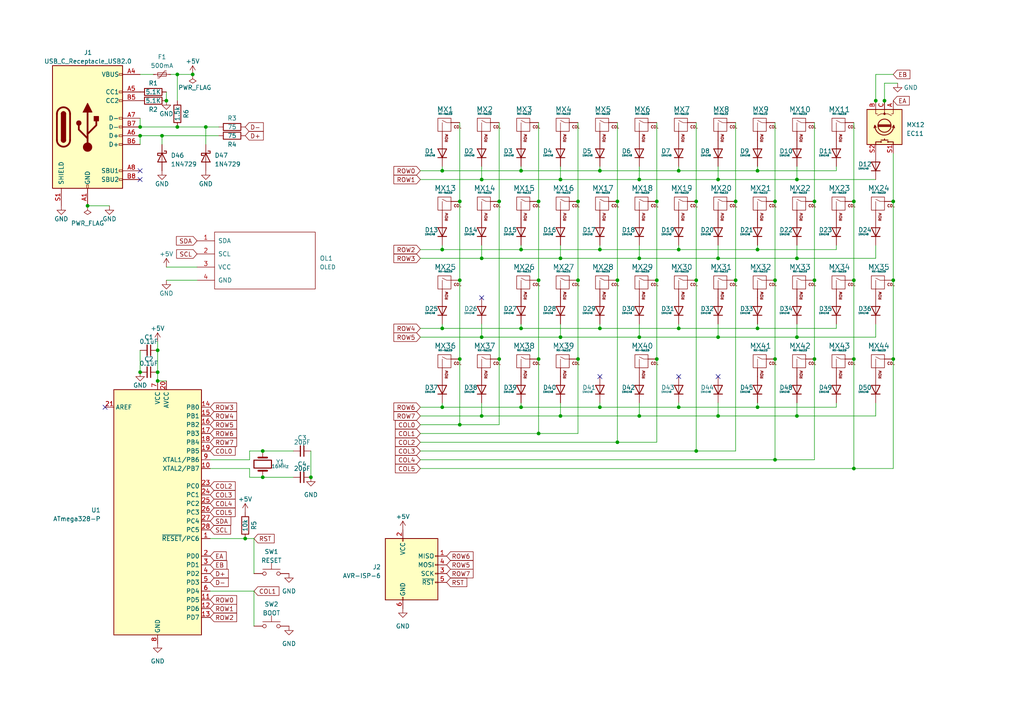
<source format=kicad_sch>
(kicad_sch (version 20210406) (generator eeschema)
  (paper "A4")
  (title_block (title "0xCB - STATIC") (date "2021-05-11") (rev "1.0") (company "0xCB") (comment 1 "Conor Burns"))
  (junction (at 25.4 59.69) (diameter 0.9144))
  (junction (at 40.64 36.83) (diameter 0.9144))
  (junction (at 40.64 39.37) (diameter 0.9144))
  (junction (at 40.64 107.95) (diameter 0.9144))
  (junction (at 45.72 101.6) (diameter 0.9144))
  (junction (at 45.72 107.95) (diameter 0.9144))
  (junction (at 45.72 110.49) (diameter 0.9144))
  (junction (at 46.99 39.37) (diameter 0.9144))
  (junction (at 48.26 29.21) (diameter 0.9144))
  (junction (at 51.435 21.59) (diameter 0.9144))
  (junction (at 51.435 36.83) (diameter 0.9144))
  (junction (at 55.88 21.59) (diameter 0.9144))
  (junction (at 59.69 36.83) (diameter 0.9144))
  (junction (at 71.12 156.21) (diameter 0.9144))
  (junction (at 76.2 130.81) (diameter 0.9144))
  (junction (at 76.2 138.43) (diameter 0.9144))
  (junction (at 90.17 138.43) (diameter 0.9144))
  (junction (at 128.27 49.53) (diameter 0.9144))
  (junction (at 128.27 72.39) (diameter 0.9144))
  (junction (at 128.27 95.25) (diameter 0.9144))
  (junction (at 128.27 118.11) (diameter 0.9144))
  (junction (at 133.35 58.42) (diameter 0.9144))
  (junction (at 133.35 81.28) (diameter 0.9144))
  (junction (at 133.35 104.14) (diameter 0.9144))
  (junction (at 133.35 123.19) (diameter 0.9144))
  (junction (at 139.7 52.07) (diameter 0.9144))
  (junction (at 139.7 74.93) (diameter 0.9144))
  (junction (at 139.7 97.79) (diameter 0.9144))
  (junction (at 139.7 120.65) (diameter 0.9144))
  (junction (at 144.78 58.42) (diameter 0.9144))
  (junction (at 144.78 104.14) (diameter 0.9144))
  (junction (at 151.13 49.53) (diameter 0.9144))
  (junction (at 151.13 72.39) (diameter 0.9144))
  (junction (at 151.13 95.25) (diameter 0.9144))
  (junction (at 151.13 118.11) (diameter 0.9144))
  (junction (at 156.21 58.42) (diameter 0.9144))
  (junction (at 156.21 81.28) (diameter 0.9144))
  (junction (at 156.21 104.14) (diameter 0.9144))
  (junction (at 156.21 125.73) (diameter 0.9144))
  (junction (at 162.56 52.07) (diameter 0.9144))
  (junction (at 162.56 74.93) (diameter 0.9144))
  (junction (at 162.56 97.79) (diameter 0.9144))
  (junction (at 162.56 120.65) (diameter 0.9144))
  (junction (at 167.64 58.42) (diameter 0.9144))
  (junction (at 167.64 81.28) (diameter 0.9144))
  (junction (at 167.64 104.14) (diameter 0.9144))
  (junction (at 173.99 49.53) (diameter 0.9144))
  (junction (at 173.99 72.39) (diameter 0.9144))
  (junction (at 173.99 95.25) (diameter 0.9144))
  (junction (at 173.99 118.11) (diameter 0.9144))
  (junction (at 179.07 58.42) (diameter 0.9144))
  (junction (at 179.07 81.28) (diameter 0.9144))
  (junction (at 179.07 128.27) (diameter 0.9144))
  (junction (at 185.42 52.07) (diameter 0.9144))
  (junction (at 185.42 74.93) (diameter 0.9144))
  (junction (at 185.42 97.79) (diameter 0.9144))
  (junction (at 185.42 120.65) (diameter 0.9144))
  (junction (at 190.5 58.42) (diameter 0.9144))
  (junction (at 190.5 81.28) (diameter 0.9144))
  (junction (at 190.5 104.14) (diameter 0.9144))
  (junction (at 196.85 49.53) (diameter 0.9144))
  (junction (at 196.85 72.39) (diameter 0.9144))
  (junction (at 196.85 95.25) (diameter 0.9144))
  (junction (at 196.85 118.11) (diameter 0.9144))
  (junction (at 201.93 58.42) (diameter 0.9144))
  (junction (at 201.93 81.28) (diameter 0.9144))
  (junction (at 201.93 130.81) (diameter 0.9144))
  (junction (at 208.28 52.07) (diameter 0.9144))
  (junction (at 208.28 74.93) (diameter 0.9144))
  (junction (at 208.28 97.79) (diameter 0.9144))
  (junction (at 208.28 120.65) (diameter 0.9144))
  (junction (at 213.36 58.42) (diameter 0.9144))
  (junction (at 213.36 81.28) (diameter 0.9144))
  (junction (at 219.71 49.53) (diameter 0.9144))
  (junction (at 219.71 72.39) (diameter 0.9144))
  (junction (at 219.71 95.25) (diameter 0.9144))
  (junction (at 219.71 118.11) (diameter 0.9144))
  (junction (at 224.79 58.42) (diameter 0.9144))
  (junction (at 224.79 81.28) (diameter 0.9144))
  (junction (at 224.79 104.14) (diameter 0.9144))
  (junction (at 224.79 133.35) (diameter 0.9144))
  (junction (at 231.14 52.07) (diameter 0.9144))
  (junction (at 231.14 74.93) (diameter 0.9144))
  (junction (at 231.14 97.79) (diameter 0.9144))
  (junction (at 231.14 120.65) (diameter 0.9144))
  (junction (at 236.22 58.42) (diameter 0.9144))
  (junction (at 236.22 81.28) (diameter 0.9144))
  (junction (at 236.22 104.14) (diameter 0.9144))
  (junction (at 247.65 58.42) (diameter 0.9144))
  (junction (at 247.65 81.28) (diameter 0.9144))
  (junction (at 247.65 104.14) (diameter 0.9144))
  (junction (at 247.65 135.89) (diameter 0.9144))
  (junction (at 254 29.21) (diameter 0.9144))
  (junction (at 256.54 29.21) (diameter 0.9144))
  (junction (at 259.08 58.42) (diameter 0.9144))
  (junction (at 259.08 81.28) (diameter 0.9144))
  (junction (at 259.08 104.14) (diameter 0.9144))
  (no_connect (at 30.48 118.11))
  (no_connect (at 40.64 49.53))
  (no_connect (at 40.64 52.07))
  (no_connect (at 139.7 86.36))
  (no_connect (at 173.99 109.22))
  (no_connect (at 196.85 109.22))
  (no_connect (at 208.28 109.22))
  (wire (pts (xy 31.75 59.69) (xy 25.4 59.69)))
  (wire (pts (xy 40.64 34.29) (xy 40.64 36.83)))
  (wire (pts (xy 40.64 36.83) (xy 51.435 36.83)))
  (wire (pts (xy 40.64 39.37) (xy 40.64 41.91)))
  (wire (pts (xy 40.64 39.37) (xy 46.99 39.37)))
  (wire (pts (xy 40.64 101.6) (xy 40.64 107.95)))
  (wire (pts (xy 44.45 21.59) (xy 40.64 21.59)))
  (wire (pts (xy 45.72 99.06) (xy 45.72 101.6)))
  (wire (pts (xy 45.72 107.95) (xy 45.72 101.6)))
  (wire (pts (xy 45.72 110.49) (xy 45.72 107.95)))
  (wire (pts (xy 46.99 39.37) (xy 46.99 41.91)))
  (wire (pts (xy 46.99 39.37) (xy 63.5 39.37)))
  (wire (pts (xy 48.26 26.67) (xy 48.26 29.21)))
  (wire (pts (xy 48.26 77.47) (xy 57.15 77.47)))
  (wire (pts (xy 48.26 81.28) (xy 57.15 81.28)))
  (wire (pts (xy 48.26 110.49) (xy 45.72 110.49)))
  (wire (pts (xy 49.53 21.59) (xy 51.435 21.59)))
  (wire (pts (xy 51.435 21.59) (xy 51.435 29.21)))
  (wire (pts (xy 51.435 21.59) (xy 55.88 21.59)))
  (wire (pts (xy 51.435 36.83) (xy 59.69 36.83)))
  (wire (pts (xy 59.69 36.83) (xy 59.69 41.91)))
  (wire (pts (xy 59.69 36.83) (xy 63.5 36.83)))
  (wire (pts (xy 60.96 133.35) (xy 72.39 133.35)))
  (wire (pts (xy 60.96 135.89) (xy 72.39 135.89)))
  (wire (pts (xy 60.96 156.21) (xy 71.12 156.21)))
  (wire (pts (xy 60.96 171.45) (xy 73.66 171.45)))
  (wire (pts (xy 72.39 130.81) (xy 76.2 130.81)))
  (wire (pts (xy 72.39 133.35) (xy 72.39 130.81)))
  (wire (pts (xy 72.39 135.89) (xy 72.39 138.43)))
  (wire (pts (xy 72.39 138.43) (xy 76.2 138.43)))
  (wire (pts (xy 73.66 156.21) (xy 71.12 156.21)))
  (wire (pts (xy 73.66 156.21) (xy 73.66 166.37)))
  (wire (pts (xy 73.66 171.45) (xy 73.66 181.61)))
  (wire (pts (xy 76.2 130.81) (xy 85.09 130.81)))
  (wire (pts (xy 76.2 138.43) (xy 85.09 138.43)))
  (wire (pts (xy 90.17 130.81) (xy 90.17 138.43)))
  (wire (pts (xy 121.92 49.53) (xy 128.27 49.53)))
  (wire (pts (xy 121.92 52.07) (xy 139.7 52.07)))
  (wire (pts (xy 121.92 72.39) (xy 128.27 72.39)))
  (wire (pts (xy 121.92 74.93) (xy 139.7 74.93)))
  (wire (pts (xy 121.92 95.25) (xy 128.27 95.25)))
  (wire (pts (xy 121.92 97.79) (xy 139.7 97.79)))
  (wire (pts (xy 121.92 118.11) (xy 128.27 118.11)))
  (wire (pts (xy 121.92 120.65) (xy 139.7 120.65)))
  (wire (pts (xy 121.92 123.19) (xy 133.35 123.19)))
  (wire (pts (xy 121.92 125.73) (xy 156.21 125.73)))
  (wire (pts (xy 121.92 128.27) (xy 179.07 128.27)))
  (wire (pts (xy 121.92 130.81) (xy 201.93 130.81)))
  (wire (pts (xy 121.92 133.35) (xy 224.79 133.35)))
  (wire (pts (xy 121.92 135.89) (xy 247.65 135.89)))
  (wire (pts (xy 128.27 48.26) (xy 128.27 49.53)))
  (wire (pts (xy 128.27 49.53) (xy 151.13 49.53)))
  (wire (pts (xy 128.27 71.12) (xy 128.27 72.39)))
  (wire (pts (xy 128.27 72.39) (xy 151.13 72.39)))
  (wire (pts (xy 128.27 93.98) (xy 128.27 95.25)))
  (wire (pts (xy 128.27 95.25) (xy 151.13 95.25)))
  (wire (pts (xy 128.27 116.84) (xy 128.27 118.11)))
  (wire (pts (xy 128.27 118.11) (xy 151.13 118.11)))
  (wire (pts (xy 133.35 35.56) (xy 133.35 58.42)))
  (wire (pts (xy 133.35 58.42) (xy 133.35 81.28)))
  (wire (pts (xy 133.35 81.28) (xy 133.35 104.14)))
  (wire (pts (xy 133.35 104.14) (xy 133.35 123.19)))
  (wire (pts (xy 133.35 123.19) (xy 144.78 123.19)))
  (wire (pts (xy 139.7 48.26) (xy 139.7 52.07)))
  (wire (pts (xy 139.7 52.07) (xy 162.56 52.07)))
  (wire (pts (xy 139.7 71.12) (xy 139.7 74.93)))
  (wire (pts (xy 139.7 74.93) (xy 162.56 74.93)))
  (wire (pts (xy 139.7 93.98) (xy 139.7 97.79)))
  (wire (pts (xy 139.7 97.79) (xy 162.56 97.79)))
  (wire (pts (xy 139.7 116.84) (xy 139.7 120.65)))
  (wire (pts (xy 139.7 120.65) (xy 162.56 120.65)))
  (wire (pts (xy 144.78 35.56) (xy 144.78 58.42)))
  (wire (pts (xy 144.78 58.42) (xy 144.78 104.14)))
  (wire (pts (xy 144.78 104.14) (xy 144.78 123.19)))
  (wire (pts (xy 151.13 48.26) (xy 151.13 49.53)))
  (wire (pts (xy 151.13 49.53) (xy 173.99 49.53)))
  (wire (pts (xy 151.13 71.12) (xy 151.13 72.39)))
  (wire (pts (xy 151.13 72.39) (xy 173.99 72.39)))
  (wire (pts (xy 151.13 93.98) (xy 151.13 95.25)))
  (wire (pts (xy 151.13 95.25) (xy 173.99 95.25)))
  (wire (pts (xy 151.13 116.84) (xy 151.13 118.11)))
  (wire (pts (xy 151.13 118.11) (xy 173.99 118.11)))
  (wire (pts (xy 156.21 35.56) (xy 156.21 58.42)))
  (wire (pts (xy 156.21 58.42) (xy 156.21 81.28)))
  (wire (pts (xy 156.21 81.28) (xy 156.21 104.14)))
  (wire (pts (xy 156.21 104.14) (xy 156.21 125.73)))
  (wire (pts (xy 156.21 125.73) (xy 167.64 125.73)))
  (wire (pts (xy 162.56 48.26) (xy 162.56 52.07)))
  (wire (pts (xy 162.56 52.07) (xy 185.42 52.07)))
  (wire (pts (xy 162.56 71.12) (xy 162.56 74.93)))
  (wire (pts (xy 162.56 74.93) (xy 185.42 74.93)))
  (wire (pts (xy 162.56 93.98) (xy 162.56 97.79)))
  (wire (pts (xy 162.56 97.79) (xy 185.42 97.79)))
  (wire (pts (xy 162.56 116.84) (xy 162.56 120.65)))
  (wire (pts (xy 162.56 120.65) (xy 185.42 120.65)))
  (wire (pts (xy 167.64 35.56) (xy 167.64 58.42)))
  (wire (pts (xy 167.64 58.42) (xy 167.64 81.28)))
  (wire (pts (xy 167.64 81.28) (xy 167.64 104.14)))
  (wire (pts (xy 167.64 104.14) (xy 167.64 125.73)))
  (wire (pts (xy 173.99 48.26) (xy 173.99 49.53)))
  (wire (pts (xy 173.99 49.53) (xy 196.85 49.53)))
  (wire (pts (xy 173.99 71.12) (xy 173.99 72.39)))
  (wire (pts (xy 173.99 72.39) (xy 196.85 72.39)))
  (wire (pts (xy 173.99 93.98) (xy 173.99 95.25)))
  (wire (pts (xy 173.99 95.25) (xy 196.85 95.25)))
  (wire (pts (xy 173.99 116.84) (xy 173.99 118.11)))
  (wire (pts (xy 173.99 118.11) (xy 196.85 118.11)))
  (wire (pts (xy 179.07 35.56) (xy 179.07 58.42)))
  (wire (pts (xy 179.07 58.42) (xy 179.07 81.28)))
  (wire (pts (xy 179.07 81.28) (xy 179.07 128.27)))
  (wire (pts (xy 179.07 128.27) (xy 190.5 128.27)))
  (wire (pts (xy 185.42 48.26) (xy 185.42 52.07)))
  (wire (pts (xy 185.42 52.07) (xy 208.28 52.07)))
  (wire (pts (xy 185.42 71.12) (xy 185.42 74.93)))
  (wire (pts (xy 185.42 74.93) (xy 208.28 74.93)))
  (wire (pts (xy 185.42 93.98) (xy 185.42 97.79)))
  (wire (pts (xy 185.42 97.79) (xy 208.28 97.79)))
  (wire (pts (xy 185.42 116.84) (xy 185.42 120.65)))
  (wire (pts (xy 185.42 120.65) (xy 208.28 120.65)))
  (wire (pts (xy 190.5 35.56) (xy 190.5 58.42)))
  (wire (pts (xy 190.5 58.42) (xy 190.5 81.28)))
  (wire (pts (xy 190.5 81.28) (xy 190.5 104.14)))
  (wire (pts (xy 190.5 104.14) (xy 190.5 128.27)))
  (wire (pts (xy 196.85 48.26) (xy 196.85 49.53)))
  (wire (pts (xy 196.85 49.53) (xy 219.71 49.53)))
  (wire (pts (xy 196.85 71.12) (xy 196.85 72.39)))
  (wire (pts (xy 196.85 72.39) (xy 219.71 72.39)))
  (wire (pts (xy 196.85 93.98) (xy 196.85 95.25)))
  (wire (pts (xy 196.85 95.25) (xy 219.71 95.25)))
  (wire (pts (xy 196.85 116.84) (xy 196.85 118.11)))
  (wire (pts (xy 196.85 118.11) (xy 219.71 118.11)))
  (wire (pts (xy 201.93 35.56) (xy 201.93 58.42)))
  (wire (pts (xy 201.93 58.42) (xy 201.93 81.28)))
  (wire (pts (xy 201.93 81.28) (xy 201.93 130.81)))
  (wire (pts (xy 201.93 130.81) (xy 213.36 130.81)))
  (wire (pts (xy 208.28 48.26) (xy 208.28 52.07)))
  (wire (pts (xy 208.28 52.07) (xy 231.14 52.07)))
  (wire (pts (xy 208.28 71.12) (xy 208.28 74.93)))
  (wire (pts (xy 208.28 74.93) (xy 231.14 74.93)))
  (wire (pts (xy 208.28 93.98) (xy 208.28 97.79)))
  (wire (pts (xy 208.28 97.79) (xy 231.14 97.79)))
  (wire (pts (xy 208.28 116.84) (xy 208.28 120.65)))
  (wire (pts (xy 208.28 120.65) (xy 231.14 120.65)))
  (wire (pts (xy 213.36 35.56) (xy 213.36 58.42)))
  (wire (pts (xy 213.36 58.42) (xy 213.36 81.28)))
  (wire (pts (xy 213.36 81.28) (xy 213.36 130.81)))
  (wire (pts (xy 219.71 48.26) (xy 219.71 49.53)))
  (wire (pts (xy 219.71 49.53) (xy 242.57 49.53)))
  (wire (pts (xy 219.71 71.12) (xy 219.71 72.39)))
  (wire (pts (xy 219.71 72.39) (xy 242.57 72.39)))
  (wire (pts (xy 219.71 93.98) (xy 219.71 95.25)))
  (wire (pts (xy 219.71 95.25) (xy 242.57 95.25)))
  (wire (pts (xy 219.71 116.84) (xy 219.71 118.11)))
  (wire (pts (xy 219.71 118.11) (xy 242.57 118.11)))
  (wire (pts (xy 224.79 35.56) (xy 224.79 58.42)))
  (wire (pts (xy 224.79 58.42) (xy 224.79 81.28)))
  (wire (pts (xy 224.79 81.28) (xy 224.79 104.14)))
  (wire (pts (xy 224.79 104.14) (xy 224.79 133.35)))
  (wire (pts (xy 224.79 133.35) (xy 236.22 133.35)))
  (wire (pts (xy 231.14 48.26) (xy 231.14 52.07)))
  (wire (pts (xy 231.14 52.07) (xy 254 52.07)))
  (wire (pts (xy 231.14 71.12) (xy 231.14 74.93)))
  (wire (pts (xy 231.14 74.93) (xy 254 74.93)))
  (wire (pts (xy 231.14 93.98) (xy 231.14 97.79)))
  (wire (pts (xy 231.14 97.79) (xy 254 97.79)))
  (wire (pts (xy 231.14 116.84) (xy 231.14 120.65)))
  (wire (pts (xy 231.14 120.65) (xy 254 120.65)))
  (wire (pts (xy 236.22 35.56) (xy 236.22 58.42)))
  (wire (pts (xy 236.22 58.42) (xy 236.22 81.28)))
  (wire (pts (xy 236.22 81.28) (xy 236.22 104.14)))
  (wire (pts (xy 236.22 104.14) (xy 236.22 133.35)))
  (wire (pts (xy 242.57 48.26) (xy 242.57 49.53)))
  (wire (pts (xy 242.57 71.12) (xy 242.57 72.39)))
  (wire (pts (xy 242.57 93.98) (xy 242.57 95.25)))
  (wire (pts (xy 242.57 116.84) (xy 242.57 118.11)))
  (wire (pts (xy 247.65 35.56) (xy 247.65 58.42)))
  (wire (pts (xy 247.65 58.42) (xy 247.65 81.28)))
  (wire (pts (xy 247.65 81.28) (xy 247.65 104.14)))
  (wire (pts (xy 247.65 104.14) (xy 247.65 135.89)))
  (wire (pts (xy 247.65 135.89) (xy 259.08 135.89)))
  (wire (pts (xy 254 21.59) (xy 254 29.21)))
  (wire (pts (xy 254 21.59) (xy 259.08 21.59)))
  (wire (pts (xy 254 30.48) (xy 254 29.21)))
  (wire (pts (xy 254 71.12) (xy 254 74.93)))
  (wire (pts (xy 254 93.98) (xy 254 97.79)))
  (wire (pts (xy 254 116.84) (xy 254 120.65)))
  (wire (pts (xy 256.54 24.13) (xy 260.35 24.13)))
  (wire (pts (xy 256.54 29.21) (xy 256.54 24.13)))
  (wire (pts (xy 256.54 30.48) (xy 256.54 29.21)))
  (wire (pts (xy 259.08 58.42) (xy 259.08 44.45)))
  (wire (pts (xy 259.08 81.28) (xy 259.08 58.42)))
  (wire (pts (xy 259.08 104.14) (xy 259.08 81.28)))
  (wire (pts (xy 259.08 135.89) (xy 259.08 104.14)))
  (global_label "SDA" (shape input) (at 57.15 69.85 180) (property "Intersheet References" "${INTERSHEET_REFS}" (effects hide)))
  (global_label "SCL" (shape input) (at 57.15 73.66 180) (property "Intersheet References" "${INTERSHEET_REFS}" (effects hide)))
  (global_label "ROW3" (shape input) (at 60.96 118.11 0) (property "Intersheet References" "${INTERSHEET_REFS}" (effects hide)))
  (global_label "ROW4" (shape input) (at 60.96 120.65 0) (property "Intersheet References" "${INTERSHEET_REFS}" (effects hide)))
  (global_label "ROW5" (shape input) (at 60.96 123.19 0) (property "Intersheet References" "${INTERSHEET_REFS}" (effects hide)))
  (global_label "ROW6" (shape input) (at 60.96 125.73 0) (property "Intersheet References" "${INTERSHEET_REFS}" (effects hide)))
  (global_label "ROW7" (shape input) (at 60.96 128.27 0) (property "Intersheet References" "${INTERSHEET_REFS}" (effects hide)))
  (global_label "COL0" (shape input) (at 60.96 130.81 0) (property "Intersheet References" "${INTERSHEET_REFS}" (effects hide)))
  (global_label "COL2" (shape input) (at 60.96 140.97 0) (property "Intersheet References" "${INTERSHEET_REFS}" (effects hide)))
  (global_label "COL3" (shape input) (at 60.96 143.51 0) (property "Intersheet References" "${INTERSHEET_REFS}" (effects hide)))
  (global_label "COL4" (shape input) (at 60.96 146.05 0) (property "Intersheet References" "${INTERSHEET_REFS}" (effects hide)))
  (global_label "COL5" (shape input) (at 60.96 148.59 0) (property "Intersheet References" "${INTERSHEET_REFS}" (effects hide)))
  (global_label "SDA" (shape input) (at 60.96 151.13 0) (property "Intersheet References" "${INTERSHEET_REFS}" (effects hide)))
  (global_label "SCL" (shape input) (at 60.96 153.67 0) (property "Intersheet References" "${INTERSHEET_REFS}" (effects hide)))
  (global_label "EA" (shape input) (at 60.96 161.29 0) (property "Intersheet References" "${INTERSHEET_REFS}" (effects hide)))
  (global_label "EB" (shape input) (at 60.96 163.83 0) (property "Intersheet References" "${INTERSHEET_REFS}" (effects hide)))
  (global_label "D+" (shape input) (at 60.96 166.37 0) (property "Intersheet References" "${INTERSHEET_REFS}" (effects hide)))
  (global_label "D-" (shape input) (at 60.96 168.91 0) (property "Intersheet References" "${INTERSHEET_REFS}" (effects hide)))
  (global_label "ROW0" (shape input) (at 60.96 173.99 0) (property "Intersheet References" "${INTERSHEET_REFS}" (effects hide)))
  (global_label "ROW1" (shape input) (at 60.96 176.53 0) (property "Intersheet References" "${INTERSHEET_REFS}" (effects hide)))
  (global_label "ROW2" (shape input) (at 60.96 179.07 0) (property "Intersheet References" "${INTERSHEET_REFS}" (effects hide)))
  (global_label "D-" (shape input) (at 71.12 36.83 0) (property "Intersheet References" "${INTERSHEET_REFS}" (effects hide)))
  (global_label "D+" (shape input) (at 71.12 39.37 0) (property "Intersheet References" "${INTERSHEET_REFS}" (effects hide)))
  (global_label "RST" (shape input) (at 73.66 156.21 0) (property "Intersheet References" "${INTERSHEET_REFS}" (effects hide)))
  (global_label "COL1" (shape input) (at 73.66 171.45 0) (property "Intersheet References" "${INTERSHEET_REFS}" (effects hide)))
  (global_label "ROW0" (shape input) (at 121.92 49.53 180) (property "Intersheet References" "${INTERSHEET_REFS}" (effects hide)))
  (global_label "ROW1" (shape input) (at 121.92 52.07 180) (property "Intersheet References" "${INTERSHEET_REFS}" (effects hide)))
  (global_label "ROW2" (shape input) (at 121.92 72.39 180) (property "Intersheet References" "${INTERSHEET_REFS}" (effects hide)))
  (global_label "ROW3" (shape input) (at 121.92 74.93 180) (property "Intersheet References" "${INTERSHEET_REFS}" (effects hide)))
  (global_label "ROW4" (shape input) (at 121.92 95.25 180) (property "Intersheet References" "${INTERSHEET_REFS}" (effects hide)))
  (global_label "ROW5" (shape input) (at 121.92 97.79 180) (property "Intersheet References" "${INTERSHEET_REFS}" (effects hide)))
  (global_label "ROW6" (shape input) (at 121.92 118.11 180) (property "Intersheet References" "${INTERSHEET_REFS}" (effects hide)))
  (global_label "ROW7" (shape input) (at 121.92 120.65 180) (property "Intersheet References" "${INTERSHEET_REFS}" (effects hide)))
  (global_label "COL0" (shape input) (at 121.92 123.19 180) (property "Intersheet References" "${INTERSHEET_REFS}" (effects hide)))
  (global_label "COL1" (shape input) (at 121.92 125.73 180) (property "Intersheet References" "${INTERSHEET_REFS}" (effects hide)))
  (global_label "COL2" (shape input) (at 121.92 128.27 180) (property "Intersheet References" "${INTERSHEET_REFS}" (effects hide)))
  (global_label "COL3" (shape input) (at 121.92 130.81 180) (property "Intersheet References" "${INTERSHEET_REFS}" (effects hide)))
  (global_label "COL4" (shape input) (at 121.92 133.35 180) (property "Intersheet References" "${INTERSHEET_REFS}" (effects hide)))
  (global_label "COL5" (shape input) (at 121.92 135.89 180) (property "Intersheet References" "${INTERSHEET_REFS}" (effects hide)))
  (global_label "ROW6" (shape input) (at 129.54 161.29 0) (property "Intersheet References" "${INTERSHEET_REFS}" (effects hide)))
  (global_label "ROW5" (shape input) (at 129.54 163.83 0) (property "Intersheet References" "${INTERSHEET_REFS}" (effects hide)))
  (global_label "ROW7" (shape input) (at 129.54 166.37 0) (property "Intersheet References" "${INTERSHEET_REFS}" (effects hide)))
  (global_label "RST" (shape input) (at 129.54 168.91 0) (property "Intersheet References" "${INTERSHEET_REFS}" (effects hide)))
  (global_label "EB" (shape input) (at 259.08 21.59 0) (property "Intersheet References" "${INTERSHEET_REFS}" (effects hide)))
  (global_label "EA" (shape input) (at 259.08 29.21 0) (property "Intersheet References" "${INTERSHEET_REFS}" (effects hide)))
  (symbol (lib_id "power:+5V") (at 45.72 99.06 0) (unit 1)
    (property "Reference" "#PWR0113" (effects hide))
    (property "Value" "+5V" (at 45.72 95.25 0))
  )
  (symbol (lib_id "power:+5V") (at 48.26 77.47 0) (unit 1)
    (property "Reference" "#PWR0114" (effects hide))
    (property "Value" "+5V" (at 48.26 73.66 0))
  )
  (symbol (lib_id "power:+5V") (at 55.88 21.59 0) (unit 1)
    (property "Reference" "#PWR0107" (effects hide))
    (property "Value" "+5V" (at 55.88 17.78 0))
  )
  (symbol (lib_id "power:+5V") (at 71.12 148.59 0) (unit 1)
    (property "Reference" "#PWR0105" (effects hide))
    (property "Value" "+5V" (at 71.12 144.78 0))
  )
  (symbol (lib_id "power:+5V") (at 116.84 153.67 0) (unit 1)
    (property "Reference" "#PWR0116" (effects hide))
    (property "Value" "+5V" (at 116.84 149.86 0))
  )
  (symbol (lib_id "power:PWR_FLAG") (at 25.4 59.69 180) (unit 1)
    (property "Reference" "#FLG0101" (effects hide))
    (property "Value" "PWR_FLAG" (at 25.4 64.77 0))
  )
  (symbol (lib_id "power:PWR_FLAG") (at 55.88 21.59 180) (unit 1)
    (property "Reference" "#FLG0102" (effects hide))
    (property "Value" "PWR_FLAG" (at 56.515 25.4 0))
  )
  (symbol (lib_id "power:GND") (at 17.78 59.69 0) (unit 1)
    (property "Reference" "#PWR0111" (effects hide))
    (property "Value" "GND" (at 17.78 63.5 0))
  )
  (symbol (lib_id "power:GND") (at 31.75 59.69 0) (unit 1)
    (property "Reference" "#PWR0110" (effects hide))
    (property "Value" "GND" (at 31.75 63.5 0))
  )
  (symbol (lib_id "power:GND") (at 40.64 107.95 0) (unit 1)
    (property "Reference" "#PWR0112" (effects hide))
    (property "Value" "GND" (at 40.64 111.76 0))
  )
  (symbol (lib_id "power:GND") (at 45.72 186.69 0) (unit 1)
    (property "Reference" "#PWR0102" (effects hide))
    (property "Value" "GND" (at 45.72 191.77 0))
  )
  (symbol (lib_id "power:GND") (at 46.99 49.53 0) (unit 1)
    (property "Reference" "#PWR0108" (effects hide))
    (property "Value" "GND" (at 46.99 53.34 0))
  )
  (symbol (lib_id "power:GND") (at 48.26 29.21 0) (unit 1)
    (property "Reference" "#PWR0106" (effects hide))
    (property "Value" "GND" (at 48.26 33.02 0))
  )
  (symbol (lib_id "power:GND") (at 48.26 81.28 0) (unit 1)
    (property "Reference" "#PWR0115" (effects hide))
    (property "Value" "GND" (at 48.26 85.09 0))
  )
  (symbol (lib_id "power:GND") (at 59.69 49.53 0) (unit 1)
    (property "Reference" "#PWR0109" (effects hide))
    (property "Value" "GND" (at 59.69 53.34 0))
  )
  (symbol (lib_id "power:GND") (at 83.82 166.37 0) (unit 1)
    (property "Reference" "#PWR0104" (effects hide))
    (property "Value" "GND" (at 83.82 171.45 0))
  )
  (symbol (lib_id "power:GND") (at 83.82 181.61 0) (unit 1)
    (property "Reference" "#PWR0103" (effects hide))
    (property "Value" "GND" (at 83.82 186.69 0))
  )
  (symbol (lib_id "power:GND") (at 90.17 138.43 0) (unit 1)
    (property "Reference" "#PWR0117" (effects hide))
    (property "Value" "GND" (at 90.17 143.51 0))
  )
  (symbol (lib_id "power:GND") (at 116.84 176.53 0) (unit 1)
    (property "Reference" "#PWR0118" (effects hide))
    (property "Value" "GND" (at 116.84 181.61 0))
  )
  (symbol (lib_id "power:GND") (at 260.35 24.13 0) (unit 1)
    (property "Reference" "#PWR01" (effects hide))
    (property "Value" "GND" (at 264.16 25.4 0))
  )
  (symbol (lib_id "Device:Polyfuse_Small") (at 46.99 21.59 90) (unit 1)
    (property "Reference" "F1" (at 46.99 16.51 90))
    (property "Value" "500mA" (at 46.99 19.05 90))
    (property "Footprint" "Fuse:Fuse_BelFuse_0ZRE0025FF_L9.6mm_W3.8mm" (effects hide))
  )
  (symbol (lib_id "Device:R") (at 44.45 26.67 270) (unit 1)
    (property "Reference" "R1" (at 44.45 24.13 90))
    (property "Value" "5.1K" (at 44.45 26.67 90))
    (property "Footprint" "Resistor_THT:R_Axial_DIN0204_L3.6mm_D1.6mm_P5.08mm_Horizontal" (effects hide))
  )
  (symbol (lib_id "Device:R") (at 44.45 29.21 90) (unit 1)
    (property "Reference" "R2" (at 44.45 31.75 90))
    (property "Value" "5.1K" (at 44.45 29.21 90))
    (property "Footprint" "Resistor_THT:R_Axial_DIN0204_L3.6mm_D1.6mm_P5.08mm_Horizontal" (effects hide))
  )
  (symbol (lib_id "Device:R") (at 51.435 33.02 0) (unit 1)
    (property "Reference" "R6" (at 53.975 33.02 90))
    (property "Value" "1.5k" (at 51.435 33.02 90))
    (property "Footprint" "Resistor_THT:R_Axial_DIN0204_L3.6mm_D1.6mm_P5.08mm_Horizontal" (effects hide))
  )
  (symbol (lib_id "Device:R") (at 67.31 36.83 270) (unit 1)
    (property "Reference" "R3" (at 67.31 34.29 90))
    (property "Value" "75" (at 67.31 36.83 90))
    (property "Footprint" "Resistor_THT:R_Axial_DIN0204_L3.6mm_D1.6mm_P5.08mm_Horizontal" (effects hide))
  )
  (symbol (lib_id "Device:R") (at 67.31 39.37 90) (unit 1)
    (property "Reference" "R4" (at 67.31 41.91 90))
    (property "Value" "75" (at 67.31 39.37 90))
    (property "Footprint" "Resistor_THT:R_Axial_DIN0204_L3.6mm_D1.6mm_P5.08mm_Horizontal" (effects hide))
  )
  (symbol (lib_id "Device:R") (at 71.12 152.4 180) (unit 1)
    (property "Reference" "R5" (at 73.66 152.4 90))
    (property "Value" "10k" (at 71.12 152.4 90))
    (property "Footprint" "Resistor_THT:R_Axial_DIN0204_L3.6mm_D1.6mm_P5.08mm_Horizontal" (effects hide))
  )
  (symbol (lib_id "Device:C_Small") (at 43.18 101.6 270) (unit 1)
    (property "Reference" "C1" (at 43.18 97.79 90))
    (property "Value" "0.1uF" (at 43.18 99.06 90))
    (property "Footprint" "Capacitor_THT:C_Disc_D5.0mm_W2.5mm_P5.00mm" (effects hide))
  )
  (symbol (lib_id "Device:C_Small") (at 43.18 107.95 270) (unit 1)
    (property "Reference" "C2" (at 43.18 104.14 90))
    (property "Value" "0.1uF" (at 43.18 105.41 90))
    (property "Footprint" "Capacitor_THT:C_Disc_D5.0mm_W2.5mm_P5.00mm" (effects hide))
  )
  (symbol (lib_id "Device:C_Small") (at 87.63 130.81 270) (unit 1)
    (property "Reference" "C3" (at 87.63 127 90))
    (property "Value" "20pF" (at 87.63 128.27 90))
    (property "Footprint" "Capacitor_THT:C_Disc_D3.0mm_W1.6mm_P2.50mm" (effects hide))
  )
  (symbol (lib_id "Device:C_Small") (at 87.63 138.43 270) (unit 1)
    (property "Reference" "C4" (at 87.63 134.62 90))
    (property "Value" "20pF" (at 87.63 135.89 90))
    (property "Footprint" "Capacitor_THT:C_Disc_D3.0mm_W1.6mm_P2.50mm" (effects hide))
  )
  (symbol (lib_id "Device:D_Schottky") (at 46.99 45.72 270) (unit 1)
    (property "Reference" "D46" (at 49.53 45.0849 90) (effects (justify left)))
    (property "Value" "1N4729" (at 49.53 47.6249 90) (effects (justify left)))
    (property "Footprint" "Diode_THT:D_DO-41_SOD81_P7.62mm_Horizontal" (effects hide))
  )
  (symbol (lib_id "Device:D_Schottky") (at 59.69 45.72 270) (unit 1)
    (property "Reference" "D47" (at 62.23 45.0849 90) (effects (justify left)))
    (property "Value" "1N4729" (at 62.23 47.6249 90) (effects (justify left)))
    (property "Footprint" "Diode_THT:D_DO-41_SOD81_P7.62mm_Horizontal" (effects hide))
  )
  (symbol (lib_id "Diode:1N4148") (at 128.27 44.45 90) (unit 1)
    (property "Reference" "D1" (at 123.19 43.8149 90) (effects (justify right)))
    (property "Value" "1N4148" (at 123.19 45.0849 90) (effects (font (size 0.5 0.5)) (justify right)))
    (property "Footprint" "Diode_THT:D_DO-35_SOD27_P12.70mm_Horizontal" (effects hide))
    (property "Datasheet" "https://assets.nexperia.com/documents/data-sheet/1N4148_1N4448.pdf" (effects hide))
  )
  (symbol (lib_id "Diode:1N4148") (at 128.27 67.31 90) (unit 1)
    (property "Reference" "D13" (at 123.19 66.6749 90) (effects (justify right)))
    (property "Value" "1N4148" (at 123.19 67.9449 90) (effects (font (size 0.5 0.5)) (justify right)))
    (property "Footprint" "Diode_THT:D_DO-35_SOD27_P12.70mm_Horizontal" (effects hide))
    (property "Datasheet" "https://assets.nexperia.com/documents/data-sheet/1N4148_1N4448.pdf" (effects hide))
  )
  (symbol (lib_id "Diode:1N4148") (at 128.27 90.17 90) (unit 1)
    (property "Reference" "D25" (at 123.19 89.5349 90) (effects (justify right)))
    (property "Value" "1N4148" (at 123.19 90.8049 90) (effects (font (size 0.5 0.5)) (justify right)))
    (property "Footprint" "Diode_THT:D_DO-35_SOD27_P12.70mm_Horizontal" (effects hide))
    (property "Datasheet" "https://assets.nexperia.com/documents/data-sheet/1N4148_1N4448.pdf" (effects hide))
  )
  (symbol (lib_id "Diode:1N4148") (at 128.27 113.03 90) (unit 1)
    (property "Reference" "D37" (at 123.19 112.3949 90) (effects (justify right)))
    (property "Value" "1N4148" (at 123.19 113.6649 90) (effects (font (size 0.5 0.5)) (justify right)))
    (property "Footprint" "Diode_THT:D_DO-35_SOD27_P12.70mm_Horizontal" (effects hide))
    (property "Datasheet" "https://assets.nexperia.com/documents/data-sheet/1N4148_1N4448.pdf" (effects hide))
  )
  (symbol (lib_id "Diode:1N4148") (at 139.7 44.45 90) (unit 1)
    (property "Reference" "D2" (at 134.62 43.8149 90) (effects (justify right)))
    (property "Value" "1N4148" (at 134.62 45.0849 90) (effects (font (size 0.5 0.5)) (justify right)))
    (property "Footprint" "Diode_THT:D_DO-35_SOD27_P12.70mm_Horizontal" (effects hide))
    (property "Datasheet" "https://assets.nexperia.com/documents/data-sheet/1N4148_1N4448.pdf" (effects hide))
  )
  (symbol (lib_id "Diode:1N4148") (at 139.7 67.31 90) (unit 1)
    (property "Reference" "D14" (at 134.62 66.6749 90) (effects (justify right)))
    (property "Value" "1N4148" (at 134.62 67.9449 90) (effects (font (size 0.5 0.5)) (justify right)))
    (property "Footprint" "Diode_THT:D_DO-35_SOD27_P12.70mm_Horizontal" (effects hide))
    (property "Datasheet" "https://assets.nexperia.com/documents/data-sheet/1N4148_1N4448.pdf" (effects hide))
  )
  (symbol (lib_id "Diode:1N4148") (at 139.7 90.17 90) (unit 1)
    (property "Reference" "D26" (at 134.62 89.5349 90) (effects (justify right)))
    (property "Value" "1N4148" (at 134.62 90.8049 90) (effects (font (size 0.5 0.5)) (justify right)))
    (property "Footprint" "Diode_THT:D_DO-35_SOD27_P12.70mm_Horizontal" (effects hide))
    (property "Datasheet" "https://assets.nexperia.com/documents/data-sheet/1N4148_1N4448.pdf" (effects hide))
  )
  (symbol (lib_id "Diode:1N4148") (at 139.7 113.03 90) (unit 1)
    (property "Reference" "D38" (at 134.62 112.3949 90) (effects (justify right)))
    (property "Value" "1N4148" (at 134.62 113.6649 90) (effects (font (size 0.5 0.5)) (justify right)))
    (property "Footprint" "Diode_THT:D_DO-35_SOD27_P12.70mm_Horizontal" (effects hide))
    (property "Datasheet" "https://assets.nexperia.com/documents/data-sheet/1N4148_1N4448.pdf" (effects hide))
  )
  (symbol (lib_id "Diode:1N4148") (at 151.13 44.45 90) (unit 1)
    (property "Reference" "D3" (at 146.05 43.8149 90) (effects (justify right)))
    (property "Value" "1N4148" (at 146.05 45.0849 90) (effects (font (size 0.5 0.5)) (justify right)))
    (property "Footprint" "Diode_THT:D_DO-35_SOD27_P12.70mm_Horizontal" (effects hide))
    (property "Datasheet" "https://assets.nexperia.com/documents/data-sheet/1N4148_1N4448.pdf" (effects hide))
  )
  (symbol (lib_id "Diode:1N4148") (at 151.13 67.31 90) (unit 1)
    (property "Reference" "D15" (at 146.05 66.6749 90) (effects (justify right)))
    (property "Value" "1N4148" (at 146.05 67.9449 90) (effects (font (size 0.5 0.5)) (justify right)))
    (property "Footprint" "Diode_THT:D_DO-35_SOD27_P12.70mm_Horizontal" (effects hide))
    (property "Datasheet" "https://assets.nexperia.com/documents/data-sheet/1N4148_1N4448.pdf" (effects hide))
  )
  (symbol (lib_id "Diode:1N4148") (at 151.13 90.17 90) (unit 1)
    (property "Reference" "D27" (at 146.05 89.5349 90) (effects (justify right)))
    (property "Value" "1N4148" (at 146.05 90.8049 90) (effects (font (size 0.5 0.5)) (justify right)))
    (property "Footprint" "Diode_THT:D_DO-35_SOD27_P12.70mm_Horizontal" (effects hide))
    (property "Datasheet" "https://assets.nexperia.com/documents/data-sheet/1N4148_1N4448.pdf" (effects hide))
  )
  (symbol (lib_id "Diode:1N4148") (at 151.13 113.03 90) (unit 1)
    (property "Reference" "D39" (at 146.05 112.3949 90) (effects (justify right)))
    (property "Value" "1N4148" (at 146.05 113.6649 90) (effects (font (size 0.5 0.5)) (justify right)))
    (property "Footprint" "Diode_THT:D_DO-35_SOD27_P12.70mm_Horizontal" (effects hide))
    (property "Datasheet" "https://assets.nexperia.com/documents/data-sheet/1N4148_1N4448.pdf" (effects hide))
  )
  (symbol (lib_id "Diode:1N4148") (at 162.56 44.45 90) (unit 1)
    (property "Reference" "D4" (at 157.48 43.8149 90) (effects (justify right)))
    (property "Value" "1N4148" (at 157.48 45.0849 90) (effects (font (size 0.5 0.5)) (justify right)))
    (property "Footprint" "Diode_THT:D_DO-35_SOD27_P12.70mm_Horizontal" (effects hide))
    (property "Datasheet" "https://assets.nexperia.com/documents/data-sheet/1N4148_1N4448.pdf" (effects hide))
  )
  (symbol (lib_id "Diode:1N4148") (at 162.56 67.31 90) (unit 1)
    (property "Reference" "D16" (at 157.48 66.6749 90) (effects (justify right)))
    (property "Value" "1N4148" (at 157.48 67.9449 90) (effects (font (size 0.5 0.5)) (justify right)))
    (property "Footprint" "Diode_THT:D_DO-35_SOD27_P12.70mm_Horizontal" (effects hide))
    (property "Datasheet" "https://assets.nexperia.com/documents/data-sheet/1N4148_1N4448.pdf" (effects hide))
  )
  (symbol (lib_id "Diode:1N4148") (at 162.56 90.17 90) (unit 1)
    (property "Reference" "D28" (at 157.48 89.5349 90) (effects (justify right)))
    (property "Value" "1N4148" (at 157.48 90.8049 90) (effects (font (size 0.5 0.5)) (justify right)))
    (property "Footprint" "Diode_THT:D_DO-35_SOD27_P12.70mm_Horizontal" (effects hide))
    (property "Datasheet" "https://assets.nexperia.com/documents/data-sheet/1N4148_1N4448.pdf" (effects hide))
  )
  (symbol (lib_id "Diode:1N4148") (at 162.56 113.03 90) (unit 1)
    (property "Reference" "D40" (at 157.48 112.3949 90) (effects (justify right)))
    (property "Value" "1N4148" (at 157.48 113.6649 90) (effects (font (size 0.5 0.5)) (justify right)))
    (property "Footprint" "Diode_THT:D_DO-35_SOD27_P12.70mm_Horizontal" (effects hide))
    (property "Datasheet" "https://assets.nexperia.com/documents/data-sheet/1N4148_1N4448.pdf" (effects hide))
  )
  (symbol (lib_id "Diode:1N4148") (at 173.99 44.45 90) (unit 1)
    (property "Reference" "D5" (at 168.91 43.8149 90) (effects (justify right)))
    (property "Value" "1N4148" (at 168.91 45.0849 90) (effects (font (size 0.5 0.5)) (justify right)))
    (property "Footprint" "Diode_THT:D_DO-35_SOD27_P12.70mm_Horizontal" (effects hide))
    (property "Datasheet" "https://assets.nexperia.com/documents/data-sheet/1N4148_1N4448.pdf" (effects hide))
  )
  (symbol (lib_id "Diode:1N4148") (at 173.99 67.31 90) (unit 1)
    (property "Reference" "D17" (at 168.91 66.6749 90) (effects (justify right)))
    (property "Value" "1N4148" (at 168.91 67.9449 90) (effects (font (size 0.5 0.5)) (justify right)))
    (property "Footprint" "Diode_THT:D_DO-35_SOD27_P12.70mm_Horizontal" (effects hide))
    (property "Datasheet" "https://assets.nexperia.com/documents/data-sheet/1N4148_1N4448.pdf" (effects hide))
  )
  (symbol (lib_id "Diode:1N4148") (at 173.99 90.17 90) (unit 1)
    (property "Reference" "D29" (at 168.91 89.5349 90) (effects (justify right)))
    (property "Value" "1N4148" (at 168.91 90.8049 90) (effects (font (size 0.5 0.5)) (justify right)))
    (property "Footprint" "Diode_THT:D_DO-35_SOD27_P12.70mm_Horizontal" (effects hide))
    (property "Datasheet" "https://assets.nexperia.com/documents/data-sheet/1N4148_1N4448.pdf" (effects hide))
  )
  (symbol (lib_id "Diode:1N4148") (at 173.99 113.03 90) (unit 1)
    (property "Reference" "D41" (at 168.91 112.3949 90) (effects (justify right)))
    (property "Value" "1N4148" (at 168.91 113.6649 90) (effects (font (size 0.5 0.5)) (justify right)))
    (property "Footprint" "Diode_THT:D_DO-35_SOD27_P12.70mm_Horizontal" (effects hide))
    (property "Datasheet" "https://assets.nexperia.com/documents/data-sheet/1N4148_1N4448.pdf" (effects hide))
  )
  (symbol (lib_id "Diode:1N4148") (at 185.42 44.45 90) (unit 1)
    (property "Reference" "D6" (at 180.34 43.8149 90) (effects (justify right)))
    (property "Value" "1N4148" (at 180.34 45.0849 90) (effects (font (size 0.5 0.5)) (justify right)))
    (property "Footprint" "Diode_THT:D_DO-35_SOD27_P12.70mm_Horizontal" (effects hide))
    (property "Datasheet" "https://assets.nexperia.com/documents/data-sheet/1N4148_1N4448.pdf" (effects hide))
  )
  (symbol (lib_id "Diode:1N4148") (at 185.42 67.31 90) (unit 1)
    (property "Reference" "D18" (at 180.34 66.6749 90) (effects (justify right)))
    (property "Value" "1N4148" (at 180.34 67.9449 90) (effects (font (size 0.5 0.5)) (justify right)))
    (property "Footprint" "Diode_THT:D_DO-35_SOD27_P12.70mm_Horizontal" (effects hide))
    (property "Datasheet" "https://assets.nexperia.com/documents/data-sheet/1N4148_1N4448.pdf" (effects hide))
  )
  (symbol (lib_id "Diode:1N4148") (at 185.42 90.17 90) (unit 1)
    (property "Reference" "D30" (at 180.34 89.5349 90) (effects (justify right)))
    (property "Value" "1N4148" (at 180.34 90.8049 90) (effects (font (size 0.5 0.5)) (justify right)))
    (property "Footprint" "Diode_THT:D_DO-35_SOD27_P12.70mm_Horizontal" (effects hide))
    (property "Datasheet" "https://assets.nexperia.com/documents/data-sheet/1N4148_1N4448.pdf" (effects hide))
  )
  (symbol (lib_id "Diode:1N4148") (at 185.42 113.03 90) (unit 1)
    (property "Reference" "D42" (at 180.34 112.3949 90) (effects (justify right)))
    (property "Value" "1N4148" (at 180.34 113.6649 90) (effects (font (size 0.5 0.5)) (justify right)))
    (property "Footprint" "Diode_THT:D_DO-35_SOD27_P12.70mm_Horizontal" (effects hide))
    (property "Datasheet" "https://assets.nexperia.com/documents/data-sheet/1N4148_1N4448.pdf" (effects hide))
  )
  (symbol (lib_id "Diode:1N4148") (at 196.85 44.45 90) (unit 1)
    (property "Reference" "D7" (at 191.77 43.8149 90) (effects (justify right)))
    (property "Value" "1N4148" (at 191.77 45.0849 90) (effects (font (size 0.5 0.5)) (justify right)))
    (property "Footprint" "Diode_THT:D_DO-35_SOD27_P12.70mm_Horizontal" (effects hide))
    (property "Datasheet" "https://assets.nexperia.com/documents/data-sheet/1N4148_1N4448.pdf" (effects hide))
  )
  (symbol (lib_id "Diode:1N4148") (at 196.85 67.31 90) (unit 1)
    (property "Reference" "D19" (at 191.77 66.6749 90) (effects (justify right)))
    (property "Value" "1N4148" (at 191.77 67.9449 90) (effects (font (size 0.5 0.5)) (justify right)))
    (property "Footprint" "Diode_THT:D_DO-35_SOD27_P12.70mm_Horizontal" (effects hide))
    (property "Datasheet" "https://assets.nexperia.com/documents/data-sheet/1N4148_1N4448.pdf" (effects hide))
  )
  (symbol (lib_id "Diode:1N4148") (at 196.85 90.17 90) (unit 1)
    (property "Reference" "D31" (at 191.77 89.5349 90) (effects (justify right)))
    (property "Value" "1N4148" (at 191.77 90.8049 90) (effects (font (size 0.5 0.5)) (justify right)))
    (property "Footprint" "Diode_THT:D_DO-35_SOD27_P12.70mm_Horizontal" (effects hide))
    (property "Datasheet" "https://assets.nexperia.com/documents/data-sheet/1N4148_1N4448.pdf" (effects hide))
  )
  (symbol (lib_id "Diode:1N4148") (at 196.85 113.03 90) (unit 1)
    (property "Reference" "D43" (at 191.77 112.3949 90) (effects (justify right)))
    (property "Value" "1N4148" (at 191.77 113.6649 90) (effects (font (size 0.5 0.5)) (justify right)))
    (property "Footprint" "Diode_THT:D_DO-35_SOD27_P12.70mm_Horizontal" (effects hide))
    (property "Datasheet" "https://assets.nexperia.com/documents/data-sheet/1N4148_1N4448.pdf" (effects hide))
  )
  (symbol (lib_id "Diode:1N4148") (at 208.28 44.45 90) (unit 1)
    (property "Reference" "D8" (at 203.2 43.8149 90) (effects (justify right)))
    (property "Value" "1N4148" (at 203.2 45.0849 90) (effects (font (size 0.5 0.5)) (justify right)))
    (property "Footprint" "Diode_THT:D_DO-35_SOD27_P12.70mm_Horizontal" (effects hide))
    (property "Datasheet" "https://assets.nexperia.com/documents/data-sheet/1N4148_1N4448.pdf" (effects hide))
  )
  (symbol (lib_id "Diode:1N4148") (at 208.28 67.31 90) (unit 1)
    (property "Reference" "D20" (at 203.2 66.6749 90) (effects (justify right)))
    (property "Value" "1N4148" (at 203.2 67.9449 90) (effects (font (size 0.5 0.5)) (justify right)))
    (property "Footprint" "Diode_THT:D_DO-35_SOD27_P12.70mm_Horizontal" (effects hide))
    (property "Datasheet" "https://assets.nexperia.com/documents/data-sheet/1N4148_1N4448.pdf" (effects hide))
  )
  (symbol (lib_id "Diode:1N4148") (at 208.28 90.17 90) (unit 1)
    (property "Reference" "D32" (at 203.2 89.5349 90) (effects (justify right)))
    (property "Value" "1N4148" (at 203.2 90.8049 90) (effects (font (size 0.5 0.5)) (justify right)))
    (property "Footprint" "Diode_THT:D_DO-35_SOD27_P12.70mm_Horizontal" (effects hide))
    (property "Datasheet" "https://assets.nexperia.com/documents/data-sheet/1N4148_1N4448.pdf" (effects hide))
  )
  (symbol (lib_id "Diode:1N4148") (at 208.28 113.03 90) (unit 1)
    (property "Reference" "D44" (at 203.2 112.3949 90) (effects (justify right)))
    (property "Value" "1N4148" (at 203.2 113.6649 90) (effects (font (size 0.5 0.5)) (justify right)))
    (property "Footprint" "Diode_THT:D_DO-35_SOD27_P12.70mm_Horizontal" (effects hide))
    (property "Datasheet" "https://assets.nexperia.com/documents/data-sheet/1N4148_1N4448.pdf" (effects hide))
  )
  (symbol (lib_id "Diode:1N4148") (at 219.71 44.45 90) (unit 1)
    (property "Reference" "D9" (at 214.63 43.8149 90) (effects (justify right)))
    (property "Value" "1N4148" (at 214.63 45.0849 90) (effects (font (size 0.5 0.5)) (justify right)))
    (property "Footprint" "Diode_THT:D_DO-35_SOD27_P12.70mm_Horizontal" (effects hide))
    (property "Datasheet" "https://assets.nexperia.com/documents/data-sheet/1N4148_1N4448.pdf" (effects hide))
  )
  (symbol (lib_id "Diode:1N4148") (at 219.71 67.31 90) (unit 1)
    (property "Reference" "D21" (at 214.63 66.6749 90) (effects (justify right)))
    (property "Value" "1N4148" (at 214.63 67.9449 90) (effects (font (size 0.5 0.5)) (justify right)))
    (property "Footprint" "Diode_THT:D_DO-35_SOD27_P12.70mm_Horizontal" (effects hide))
    (property "Datasheet" "https://assets.nexperia.com/documents/data-sheet/1N4148_1N4448.pdf" (effects hide))
  )
  (symbol (lib_id "Diode:1N4148") (at 219.71 90.17 90) (unit 1)
    (property "Reference" "D33" (at 214.63 89.5349 90) (effects (justify right)))
    (property "Value" "1N4148" (at 214.63 90.8049 90) (effects (font (size 0.5 0.5)) (justify right)))
    (property "Footprint" "Diode_THT:D_DO-35_SOD27_P12.70mm_Horizontal" (effects hide))
    (property "Datasheet" "https://assets.nexperia.com/documents/data-sheet/1N4148_1N4448.pdf" (effects hide))
  )
  (symbol (lib_id "Diode:1N4148") (at 219.71 113.03 90) (unit 1)
    (property "Reference" "D45" (at 214.63 112.3949 90) (effects (justify right)))
    (property "Value" "1N4148" (at 214.63 113.6649 90) (effects (font (size 0.5 0.5)) (justify right)))
    (property "Footprint" "Diode_THT:D_DO-35_SOD27_P12.70mm_Horizontal" (effects hide))
    (property "Datasheet" "https://assets.nexperia.com/documents/data-sheet/1N4148_1N4448.pdf" (effects hide))
  )
  (symbol (lib_id "Diode:1N4148") (at 231.14 44.45 90) (unit 1)
    (property "Reference" "D10" (at 226.06 43.8149 90) (effects (justify right)))
    (property "Value" "1N4148" (at 226.06 45.0849 90) (effects (font (size 0.5 0.5)) (justify right)))
    (property "Footprint" "Diode_THT:D_DO-35_SOD27_P12.70mm_Horizontal" (effects hide))
    (property "Datasheet" "https://assets.nexperia.com/documents/data-sheet/1N4148_1N4448.pdf" (effects hide))
  )
  (symbol (lib_id "Diode:1N4148") (at 231.14 67.31 90) (unit 1)
    (property "Reference" "D22" (at 226.06 66.6749 90) (effects (justify right)))
    (property "Value" "1N4148" (at 226.06 67.9449 90) (effects (font (size 0.5 0.5)) (justify right)))
    (property "Footprint" "Diode_THT:D_DO-35_SOD27_P12.70mm_Horizontal" (effects hide))
    (property "Datasheet" "https://assets.nexperia.com/documents/data-sheet/1N4148_1N4448.pdf" (effects hide))
  )
  (symbol (lib_id "Diode:1N4148") (at 231.14 90.17 90) (unit 1)
    (property "Reference" "D34" (at 226.06 89.5349 90) (effects (justify right)))
    (property "Value" "1N4148" (at 226.06 90.8049 90) (effects (font (size 0.5 0.5)) (justify right)))
    (property "Footprint" "Diode_THT:D_DO-35_SOD27_P12.70mm_Horizontal" (effects hide))
    (property "Datasheet" "https://assets.nexperia.com/documents/data-sheet/1N4148_1N4448.pdf" (effects hide))
  )
  (symbol (lib_id "Diode:1N4148") (at 231.14 113.03 90) (unit 1)
    (property "Reference" "D48" (at 226.06 112.3949 90) (effects (justify right)))
    (property "Value" "1N4148" (at 226.06 113.6649 90) (effects (font (size 0.5 0.5)) (justify right)))
    (property "Footprint" "Diode_THT:D_DO-35_SOD27_P12.70mm_Horizontal" (effects hide))
    (property "Datasheet" "https://assets.nexperia.com/documents/data-sheet/1N4148_1N4448.pdf" (effects hide))
  )
  (symbol (lib_id "Diode:1N4148") (at 242.57 44.45 90) (unit 1)
    (property "Reference" "D11" (at 237.49 43.8149 90) (effects (justify right)))
    (property "Value" "1N4148" (at 237.49 45.0849 90) (effects (font (size 0.5 0.5)) (justify right)))
    (property "Footprint" "Diode_THT:D_DO-35_SOD27_P12.70mm_Horizontal" (effects hide))
    (property "Datasheet" "https://assets.nexperia.com/documents/data-sheet/1N4148_1N4448.pdf" (effects hide))
  )
  (symbol (lib_id "Diode:1N4148") (at 242.57 67.31 90) (unit 1)
    (property "Reference" "D23" (at 237.49 66.6749 90) (effects (justify right)))
    (property "Value" "1N4148" (at 237.49 67.9449 90) (effects (font (size 0.5 0.5)) (justify right)))
    (property "Footprint" "Diode_THT:D_DO-35_SOD27_P12.70mm_Horizontal" (effects hide))
    (property "Datasheet" "https://assets.nexperia.com/documents/data-sheet/1N4148_1N4448.pdf" (effects hide))
  )
  (symbol (lib_id "Diode:1N4148") (at 242.57 90.17 90) (unit 1)
    (property "Reference" "D35" (at 237.49 89.5349 90) (effects (justify right)))
    (property "Value" "1N4148" (at 237.49 90.8049 90) (effects (font (size 0.5 0.5)) (justify right)))
    (property "Footprint" "Diode_THT:D_DO-35_SOD27_P12.70mm_Horizontal" (effects hide))
    (property "Datasheet" "https://assets.nexperia.com/documents/data-sheet/1N4148_1N4448.pdf" (effects hide))
  )
  (symbol (lib_id "Diode:1N4148") (at 242.57 113.03 90) (unit 1)
    (property "Reference" "D49" (at 237.49 112.3949 90) (effects (justify right)))
    (property "Value" "1N4148" (at 237.49 113.6649 90) (effects (font (size 0.5 0.5)) (justify right)))
    (property "Footprint" "Diode_THT:D_DO-35_SOD27_P12.70mm_Horizontal" (effects hide))
    (property "Datasheet" "https://assets.nexperia.com/documents/data-sheet/1N4148_1N4448.pdf" (effects hide))
  )
  (symbol (lib_id "Diode:1N4148") (at 254 48.26 90) (unit 1)
    (property "Reference" "D12" (at 248.92 47.6249 90) (effects (justify right)))
    (property "Value" "1N4148" (at 248.92 48.8949 90) (effects (font (size 0.5 0.5)) (justify right)))
    (property "Footprint" "Diode_THT:D_DO-35_SOD27_P12.70mm_Horizontal" (effects hide))
    (property "Datasheet" "https://assets.nexperia.com/documents/data-sheet/1N4148_1N4448.pdf" (effects hide))
  )
  (symbol (lib_id "Diode:1N4148") (at 254 67.31 90) (unit 1)
    (property "Reference" "D24" (at 248.92 66.6749 90) (effects (justify right)))
    (property "Value" "1N4148" (at 248.92 67.9449 90) (effects (font (size 0.5 0.5)) (justify right)))
    (property "Footprint" "Diode_THT:D_DO-35_SOD27_P12.70mm_Horizontal" (effects hide))
    (property "Datasheet" "https://assets.nexperia.com/documents/data-sheet/1N4148_1N4448.pdf" (effects hide))
  )
  (symbol (lib_id "Diode:1N4148") (at 254 90.17 90) (unit 1)
    (property "Reference" "D36" (at 248.92 89.5349 90) (effects (justify right)))
    (property "Value" "1N4148" (at 248.92 90.8049 90) (effects (font (size 0.5 0.5)) (justify right)))
    (property "Footprint" "Diode_THT:D_DO-35_SOD27_P12.70mm_Horizontal" (effects hide))
    (property "Datasheet" "https://assets.nexperia.com/documents/data-sheet/1N4148_1N4448.pdf" (effects hide))
  )
  (symbol (lib_id "Diode:1N4148") (at 254 113.03 90) (unit 1)
    (property "Reference" "D50" (at 248.92 112.3949 90) (effects (justify right)))
    (property "Value" "1N4148" (at 248.92 113.6649 90) (effects (font (size 0.5 0.5)) (justify right)))
    (property "Footprint" "Diode_THT:D_DO-35_SOD27_P12.70mm_Horizontal" (effects hide))
    (property "Datasheet" "https://assets.nexperia.com/documents/data-sheet/1N4148_1N4448.pdf" (effects hide))
  )
  (symbol (lib_id "Switch:SW_Push") (at 78.74 166.37 0) (unit 1)
    (property "Reference" "SW1" (at 78.74 160.02 0))
    (property "Value" "RESET" (at 78.74 162.56 0))
    (property "Footprint" "Button_Switch_THT:SW_PUSH_6mm_H5mm" (effects hide))
  )
  (symbol (lib_id "Switch:SW_Push") (at 78.74 181.61 0) (unit 1)
    (property "Reference" "SW2" (at 78.74 175.26 0))
    (property "Value" "BOOT" (at 78.74 177.8 0))
    (property "Footprint" "Button_Switch_THT:SW_PUSH_6mm_H5mm" (effects hide))
  )
  (symbol (lib_id "Device:Crystal") (at 76.2 134.62 90) (unit 1)
    (property "Reference" "Y1" (at 80.01 133.9849 90) (effects (justify right)))
    (property "Value" "16MHz" (at 78.74 135.2549 90) (effects (font (size 1 1)) (justify right)))
    (property "Footprint" "Crystal:Crystal_HC49-4H_Vertical" (effects hide))
  )
  (symbol (lib_id "MX_Alps_Hybrid:MX-NoLED") (at 129.54 36.83 0) (unit 1)
    (property "Reference" "MX1" (at 129.1555 31.75 0) (effects (font (size 1.524 1.524))))
    (property "Value" "MX-NoLED" (at 129.1555 33.02 0) (effects (font (size 0.508 0.508))))
    (property "Footprint" "MX_Only:MXOnly-1U-NoLED" (effects hide))
  )
  (symbol (lib_id "MX_Alps_Hybrid:MX-NoLED") (at 129.54 59.69 0) (unit 1)
    (property "Reference" "MX13" (at 129.1555 54.61 0) (effects (font (size 1.524 1.524))))
    (property "Value" "MX-NoLED" (at 129.1555 55.88 0) (effects (font (size 0.508 0.508))))
    (property "Footprint" "MX_Only:MXOnly-1.25U-NoLED" (effects hide))
  )
  (symbol (lib_id "MX_Alps_Hybrid:MX-NoLED") (at 129.54 82.55 0) (unit 1)
    (property "Reference" "MX25" (at 129.1555 77.47 0) (effects (font (size 1.524 1.524))))
    (property "Value" "MX-NoLED" (at 129.1555 78.74 0) (effects (font (size 0.508 0.508))))
    (property "Footprint" "MX_Only:MXOnly-1.75U-NoLED" (effects hide))
  )
  (symbol (lib_id "MX_Alps_Hybrid:MX-NoLED") (at 129.54 105.41 0) (unit 1)
    (property "Reference" "MX36" (at 129.1555 100.33 0) (effects (font (size 1.524 1.524))))
    (property "Value" "MX-NoLED" (at 129.1555 101.6 0) (effects (font (size 0.508 0.508))))
    (property "Footprint" "MX_Only:MXOnly-1U-NoLED" (effects hide))
  )
  (symbol (lib_id "MX_Alps_Hybrid:MX-NoLED") (at 140.97 36.83 0) (unit 1)
    (property "Reference" "MX2" (at 140.5855 31.75 0) (effects (font (size 1.524 1.524))))
    (property "Value" "MX-NoLED" (at 140.5855 33.02 0) (effects (font (size 0.508 0.508))))
    (property "Footprint" "MX_Only:MXOnly-1U-NoLED" (effects hide))
  )
  (symbol (lib_id "MX_Alps_Hybrid:MX-NoLED") (at 140.97 59.69 0) (unit 1)
    (property "Reference" "MX14" (at 140.5855 54.61 0) (effects (font (size 1.524 1.524))))
    (property "Value" "MX-NoLED" (at 140.5855 55.88 0) (effects (font (size 0.508 0.508))))
    (property "Footprint" "MX_Only:MXOnly-1U-NoLED" (effects hide))
  )
  (symbol (lib_id "MX_Alps_Hybrid:MX-NoLED") (at 140.97 105.41 0) (unit 1)
    (property "Reference" "MX37" (at 140.5855 100.33 0) (effects (font (size 1.524 1.524))))
    (property "Value" "MX-NoLED" (at 140.5855 101.6 0) (effects (font (size 0.508 0.508))))
    (property "Footprint" "MX_Only:MXOnly-1U-NoLED" (effects hide))
  )
  (symbol (lib_id "MX_Alps_Hybrid:MX-NoLED") (at 152.4 36.83 0) (unit 1)
    (property "Reference" "MX3" (at 152.0155 31.75 0) (effects (font (size 1.524 1.524))))
    (property "Value" "MX-NoLED" (at 152.0155 33.02 0) (effects (font (size 0.508 0.508))))
    (property "Footprint" "MX_Only:MXOnly-1U-NoLED" (effects hide))
  )
  (symbol (lib_id "MX_Alps_Hybrid:MX-NoLED") (at 152.4 59.69 0) (unit 1)
    (property "Reference" "MX15" (at 152.0155 54.61 0) (effects (font (size 1.524 1.524))))
    (property "Value" "MX-NoLED" (at 152.0155 55.88 0) (effects (font (size 0.508 0.508))))
    (property "Footprint" "MX_Only:MXOnly-1U-NoLED" (effects hide))
  )
  (symbol (lib_id "MX_Alps_Hybrid:MX-NoLED") (at 152.4 82.55 0) (unit 1)
    (property "Reference" "MX26" (at 152.0155 77.47 0) (effects (font (size 1.524 1.524))))
    (property "Value" "MX-NoLED" (at 152.0155 78.74 0) (effects (font (size 0.508 0.508))))
    (property "Footprint" "MX_Only:MXOnly-1U-NoLED" (effects hide))
  )
  (symbol (lib_id "MX_Alps_Hybrid:MX-NoLED") (at 152.4 105.41 0) (unit 1)
    (property "Reference" "MX38" (at 152.0155 100.33 0) (effects (font (size 1.524 1.524))))
    (property "Value" "MX-NoLED" (at 152.0155 101.6 0) (effects (font (size 0.508 0.508))))
    (property "Footprint" "MX_Only:MXOnly-1U-NoLED" (effects hide))
  )
  (symbol (lib_id "MX_Alps_Hybrid:MX-NoLED") (at 163.83 36.83 0) (unit 1)
    (property "Reference" "MX4" (at 163.4455 31.75 0) (effects (font (size 1.524 1.524))))
    (property "Value" "MX-NoLED" (at 163.4455 33.02 0) (effects (font (size 0.508 0.508))))
    (property "Footprint" "MX_Only:MXOnly-1U-NoLED" (effects hide))
  )
  (symbol (lib_id "MX_Alps_Hybrid:MX-NoLED") (at 163.83 59.69 0) (unit 1)
    (property "Reference" "MX16" (at 163.4455 54.61 0) (effects (font (size 1.524 1.524))))
    (property "Value" "MX-NoLED" (at 163.4455 55.88 0) (effects (font (size 0.508 0.508))))
    (property "Footprint" "MX_Only:MXOnly-1U-NoLED" (effects hide))
  )
  (symbol (lib_id "MX_Alps_Hybrid:MX-NoLED") (at 163.83 82.55 0) (unit 1)
    (property "Reference" "MX27" (at 163.4455 77.47 0) (effects (font (size 1.524 1.524))))
    (property "Value" "MX-NoLED" (at 163.4455 78.74 0) (effects (font (size 0.508 0.508))))
    (property "Footprint" "MX_Only:MXOnly-1U-NoLED" (effects hide))
  )
  (symbol (lib_id "MX_Alps_Hybrid:MX-NoLED") (at 163.83 105.41 0) (unit 1)
    (property "Reference" "MX39" (at 163.4455 100.33 0) (effects (font (size 1.524 1.524))))
    (property "Value" "MX-NoLED" (at 163.4455 101.6 0) (effects (font (size 0.508 0.508))))
    (property "Footprint" "MX_Only:MXOnly-2.75U-NoLED" (effects hide))
  )
  (symbol (lib_id "MX_Alps_Hybrid:MX-NoLED") (at 175.26 36.83 0) (unit 1)
    (property "Reference" "MX5" (at 174.8755 31.75 0) (effects (font (size 1.524 1.524))))
    (property "Value" "MX-NoLED" (at 174.8755 33.02 0) (effects (font (size 0.508 0.508))))
    (property "Footprint" "MX_Only:MXOnly-1U-NoLED" (effects hide))
  )
  (symbol (lib_id "MX_Alps_Hybrid:MX-NoLED") (at 175.26 59.69 0) (unit 1)
    (property "Reference" "MX17" (at 174.8755 54.61 0) (effects (font (size 1.524 1.524))))
    (property "Value" "MX-NoLED" (at 174.8755 55.88 0) (effects (font (size 0.508 0.508))))
    (property "Footprint" "MX_Only:MXOnly-1U-NoLED" (effects hide))
  )
  (symbol (lib_id "MX_Alps_Hybrid:MX-NoLED") (at 175.26 82.55 0) (unit 1)
    (property "Reference" "MX28" (at 174.8755 77.47 0) (effects (font (size 1.524 1.524))))
    (property "Value" "MX-NoLED" (at 174.8755 78.74 0) (effects (font (size 0.508 0.508))))
    (property "Footprint" "MX_Only:MXOnly-1U-NoLED" (effects hide))
  )
  (symbol (lib_id "MX_Alps_Hybrid:MX-NoLED") (at 186.69 36.83 0) (unit 1)
    (property "Reference" "MX6" (at 186.3055 31.75 0) (effects (font (size 1.524 1.524))))
    (property "Value" "MX-NoLED" (at 186.3055 33.02 0) (effects (font (size 0.508 0.508))))
    (property "Footprint" "MX_Only:MXOnly-1U-NoLED" (effects hide))
  )
  (symbol (lib_id "MX_Alps_Hybrid:MX-NoLED") (at 186.69 59.69 0) (unit 1)
    (property "Reference" "MX18" (at 186.3055 54.61 0) (effects (font (size 1.524 1.524))))
    (property "Value" "MX-NoLED" (at 186.3055 55.88 0) (effects (font (size 0.508 0.508))))
    (property "Footprint" "MX_Only:MXOnly-1U-NoLED" (effects hide))
  )
  (symbol (lib_id "MX_Alps_Hybrid:MX-NoLED") (at 186.69 82.55 0) (unit 1)
    (property "Reference" "MX29" (at 186.3055 77.47 0) (effects (font (size 1.524 1.524))))
    (property "Value" "MX-NoLED" (at 186.3055 78.74 0) (effects (font (size 0.508 0.508))))
    (property "Footprint" "MX_Only:MXOnly-1U-NoLED" (effects hide))
  )
  (symbol (lib_id "MX_Alps_Hybrid:MX-NoLED") (at 186.69 105.41 0) (unit 1)
    (property "Reference" "MX40" (at 186.3055 100.33 0) (effects (font (size 1.524 1.524))))
    (property "Value" "MX-NoLED" (at 186.3055 101.6 0) (effects (font (size 0.508 0.508))))
    (property "Footprint" "MX_Only:MXOnly-1U-NoLED" (effects hide))
  )
  (symbol (lib_id "MX_Alps_Hybrid:MX-NoLED") (at 198.12 36.83 0) (unit 1)
    (property "Reference" "MX7" (at 197.7355 31.75 0) (effects (font (size 1.524 1.524))))
    (property "Value" "MX-NoLED" (at 197.7355 33.02 0) (effects (font (size 0.508 0.508))))
    (property "Footprint" "MX_Only:MXOnly-1U-NoLED" (effects hide))
  )
  (symbol (lib_id "MX_Alps_Hybrid:MX-NoLED") (at 198.12 59.69 0) (unit 1)
    (property "Reference" "MX19" (at 197.7355 54.61 0) (effects (font (size 1.524 1.524))))
    (property "Value" "MX-NoLED" (at 197.7355 55.88 0) (effects (font (size 0.508 0.508))))
    (property "Footprint" "MX_Only:MXOnly-1U-NoLED" (effects hide))
  )
  (symbol (lib_id "MX_Alps_Hybrid:MX-NoLED") (at 198.12 82.55 0) (unit 1)
    (property "Reference" "MX30" (at 197.7355 77.47 0) (effects (font (size 1.524 1.524))))
    (property "Value" "MX-NoLED" (at 197.7355 78.74 0) (effects (font (size 0.508 0.508))))
    (property "Footprint" "MX_Only:MXOnly-1U-NoLED" (effects hide))
  )
  (symbol (lib_id "MX_Alps_Hybrid:MX-NoLED") (at 209.55 36.83 0) (unit 1)
    (property "Reference" "MX8" (at 209.1655 31.75 0) (effects (font (size 1.524 1.524))))
    (property "Value" "MX-NoLED" (at 209.1655 33.02 0) (effects (font (size 0.508 0.508))))
    (property "Footprint" "MX_Only:MXOnly-1U-NoLED" (effects hide))
  )
  (symbol (lib_id "MX_Alps_Hybrid:MX-NoLED") (at 209.55 59.69 0) (unit 1)
    (property "Reference" "MX20" (at 209.1655 54.61 0) (effects (font (size 1.524 1.524))))
    (property "Value" "MX-NoLED" (at 209.1655 55.88 0) (effects (font (size 0.508 0.508))))
    (property "Footprint" "MX_Only:MXOnly-1U-NoLED" (effects hide))
  )
  (symbol (lib_id "MX_Alps_Hybrid:MX-NoLED") (at 209.55 82.55 0) (unit 1)
    (property "Reference" "MX31" (at 209.1655 77.47 0) (effects (font (size 1.524 1.524))))
    (property "Value" "MX-NoLED" (at 209.1655 78.74 0) (effects (font (size 0.508 0.508))))
    (property "Footprint" "MX_Only:MXOnly-1U-NoLED" (effects hide))
  )
  (symbol (lib_id "MX_Alps_Hybrid:MX-NoLED") (at 220.98 36.83 0) (unit 1)
    (property "Reference" "MX9" (at 220.5955 31.75 0) (effects (font (size 1.524 1.524))))
    (property "Value" "MX-NoLED" (at 220.5955 33.02 0) (effects (font (size 0.508 0.508))))
    (property "Footprint" "MX_Only:MXOnly-1U-NoLED" (effects hide))
  )
  (symbol (lib_id "MX_Alps_Hybrid:MX-NoLED") (at 220.98 59.69 0) (unit 1)
    (property "Reference" "MX21" (at 220.5955 54.61 0) (effects (font (size 1.524 1.524))))
    (property "Value" "MX-NoLED" (at 220.5955 55.88 0) (effects (font (size 0.508 0.508))))
    (property "Footprint" "MX_Only:MXOnly-1U-NoLED" (effects hide))
  )
  (symbol (lib_id "MX_Alps_Hybrid:MX-NoLED") (at 220.98 82.55 0) (unit 1)
    (property "Reference" "MX32" (at 220.5955 77.47 0) (effects (font (size 1.524 1.524))))
    (property "Value" "MX-NoLED" (at 220.5955 78.74 0) (effects (font (size 0.508 0.508))))
    (property "Footprint" "MX_Only:MXOnly-1U-NoLED" (effects hide))
  )
  (symbol (lib_id "MX_Alps_Hybrid:MX-NoLED") (at 220.98 105.41 0) (unit 1)
    (property "Reference" "MX41" (at 220.5955 100.33 0) (effects (font (size 1.524 1.524))))
    (property "Value" "MX-NoLED" (at 220.5955 101.6 0) (effects (font (size 0.508 0.508))))
    (property "Footprint" "MX_Only:MXOnly-2.25U-NoLED" (effects hide))
  )
  (symbol (lib_id "MX_Alps_Hybrid:MX-NoLED") (at 232.41 36.83 0) (unit 1)
    (property "Reference" "MX10" (at 232.0255 31.75 0) (effects (font (size 1.524 1.524))))
    (property "Value" "MX-NoLED" (at 232.0255 33.02 0) (effects (font (size 0.508 0.508))))
    (property "Footprint" "MX_Only:MXOnly-1U-NoLED" (effects hide))
  )
  (symbol (lib_id "MX_Alps_Hybrid:MX-NoLED") (at 232.41 59.69 0) (unit 1)
    (property "Reference" "MX22" (at 232.0255 54.61 0) (effects (font (size 1.524 1.524))))
    (property "Value" "MX-NoLED" (at 232.0255 55.88 0) (effects (font (size 0.508 0.508))))
    (property "Footprint" "MX_Only:MXOnly-1U-NoLED" (effects hide))
  )
  (symbol (lib_id "MX_Alps_Hybrid:MX-NoLED") (at 232.41 82.55 0) (unit 1)
    (property "Reference" "MX33" (at 232.0255 77.47 0) (effects (font (size 1.524 1.524))))
    (property "Value" "MX-NoLED" (at 232.0255 78.74 0) (effects (font (size 0.508 0.508))))
    (property "Footprint" "MX_Only:MXOnly-1U-NoLED" (effects hide))
  )
  (symbol (lib_id "MX_Alps_Hybrid:MX-NoLED") (at 232.41 105.41 0) (unit 1)
    (property "Reference" "MX42" (at 232.0255 100.33 0) (effects (font (size 1.524 1.524))))
    (property "Value" "MX-NoLED" (at 232.0255 101.6 0) (effects (font (size 0.508 0.508))))
    (property "Footprint" "MX_Only:MXOnly-1U-NoLED" (effects hide))
  )
  (symbol (lib_id "MX_Alps_Hybrid:MX-NoLED") (at 243.84 36.83 0) (unit 1)
    (property "Reference" "MX11" (at 243.4555 31.75 0) (effects (font (size 1.524 1.524))))
    (property "Value" "MX-NoLED" (at 243.4555 33.02 0) (effects (font (size 0.508 0.508))))
    (property "Footprint" "MX_Only:MXOnly-1U-NoLED" (effects hide))
  )
  (symbol (lib_id "MX_Alps_Hybrid:MX-NoLED") (at 243.84 59.69 0) (unit 1)
    (property "Reference" "MX23" (at 243.4555 54.61 0) (effects (font (size 1.524 1.524))))
    (property "Value" "MX-NoLED" (at 243.4555 55.88 0) (effects (font (size 0.508 0.508))))
    (property "Footprint" "MX_Only:MXOnly-1.75U-NoLED" (effects hide))
  )
  (symbol (lib_id "MX_Alps_Hybrid:MX-NoLED") (at 243.84 82.55 0) (unit 1)
    (property "Reference" "MX34" (at 243.4555 77.47 0) (effects (font (size 1.524 1.524))))
    (property "Value" "MX-NoLED" (at 243.4555 78.74 0) (effects (font (size 0.508 0.508))))
    (property "Footprint" "MX_Only:MXOnly-1U-NoLED" (effects hide))
  )
  (symbol (lib_id "MX_Alps_Hybrid:MX-NoLED") (at 243.84 105.41 0) (unit 1)
    (property "Reference" "MX43" (at 243.4555 100.33 0) (effects (font (size 1.524 1.524))))
    (property "Value" "MX-NoLED" (at 243.4555 101.6 0) (effects (font (size 0.508 0.508))))
    (property "Footprint" "MX_Only:MXOnly-1U-NoLED" (effects hide))
  )
  (symbol (lib_id "MX_Alps_Hybrid:MX-NoLED") (at 255.27 59.69 0) (unit 1)
    (property "Reference" "MX24" (at 254.8855 54.61 0) (effects (font (size 1.524 1.524))))
    (property "Value" "MX-NoLED" (at 254.8855 55.88 0) (effects (font (size 0.508 0.508))))
    (property "Footprint" "MX_Only:MXOnly-1U-NoLED" (effects hide))
  )
  (symbol (lib_id "MX_Alps_Hybrid:MX-NoLED") (at 255.27 82.55 0) (unit 1)
    (property "Reference" "MX35" (at 254.8855 77.47 0) (effects (font (size 1.524 1.524))))
    (property "Value" "MX-NoLED" (at 254.8855 78.74 0) (effects (font (size 0.508 0.508))))
    (property "Footprint" "MX_Only:MXOnly-1.25U-NoLED" (effects hide))
  )
  (symbol (lib_id "MX_Alps_Hybrid:MX-NoLED") (at 255.27 105.41 0) (unit 1)
    (property "Reference" "MX44" (at 254.8855 100.33 0) (effects (font (size 1.524 1.524))))
    (property "Value" "MX-NoLED" (at 254.8855 101.6 0) (effects (font (size 0.508 0.508))))
    (property "Footprint" "MX_Only:MXOnly-1U-NoLED" (effects hide))
  )
  (symbol (lib_id "Device:RotaryEncoder_Switch") (at 256.54 36.83 270) (unit 1)
    (property "Reference" "MX12" (at 262.89 36.1949 90) (effects (justify left)))
    (property "Value" "EC11" (at 262.89 38.7349 90) (effects (justify left)))
    (property "Footprint" "Rotary_Encoder:RotaryEncoder_Alps_EC11E-Switch_Vertical_H20mm" (effects hide))
  )
  (symbol (lib_id "Connector:AVR-ISP-6") (at 119.38 166.37 0) (unit 1)
    (property "Reference" "J2" (at 110.49 164.4649 0) (effects (justify right)))
    (property "Value" "AVR-ISP-6" (at 110.49 167.0049 0) (effects (justify right)))
    (property "Footprint" "Connector_PinHeader_2.54mm:PinHeader_2x03_P2.54mm_Vertical" (effects hide))
    (property "Datasheet" " ~" (effects hide))
  )
  (symbol (lib_id "kbd:OLED") (at 76.2 76.2 0) (unit 1)
    (property "Reference" "OL1" (at 92.71 74.93 0) (effects (font (size 1.2954 1.2954)) (justify left)))
    (property "Value" "OLED" (at 92.71 77.47 0) (effects (font (size 1.1938 1.1938)) (justify left)))
    (property "Footprint" "Connector_PinSocket_2.54mm:PinSocket_1x04_P2.54mm_Vertical" (effects hide))
  )
  (symbol (lib_id "Connector:USB_C_Receptacle_USB2.0") (at 25.4 36.83 0) (unit 1)
    (property "Reference" "J1" (at 25.527 15.24 0))
    (property "Value" "USB_C_Receptacle_USB2.0" (at 25.527 17.78 0))
    (property "Footprint" "Connector_USB:USB_C_Receptacle_GCT_USB4085" (effects hide))
    (property "Datasheet" "https://www.usb.org/sites/default/files/documents/usb_type-c.zip" (effects hide))
  )
  (symbol (lib_id "MCU_Microchip_ATmega:ATmega328-P") (at 45.72 148.59 0) (unit 1)
    (property "Reference" "U1" (at 29.21 147.9549 0) (effects (justify right)))
    (property "Value" "ATmega328-P" (at 29.21 150.4949 0) (effects (justify right)))
    (property "Footprint" "Package_DIP:DIP-28_W7.62mm" (effects hide))
    (property "Datasheet" "http://ww1.microchip.com/downloads/en/DeviceDoc/ATmega328_P%20AVR%20MCU%20with%20picoPower%20Technology%20Data%20Sheet%2040001984A.pdf" (effects hide))
  )
)
</source>
